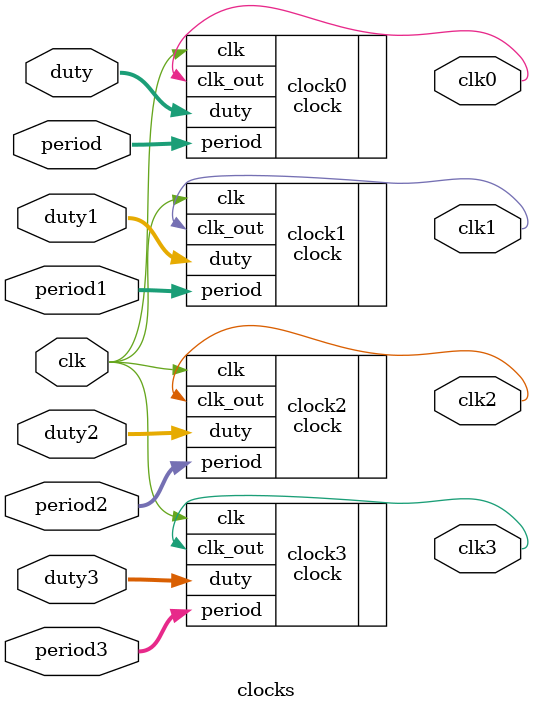
<source format=v>
`timescale 1ns / 1ps
module clocks(clk, period, period1, period2, period3, 
						 clk0, clk1, clk2, clk3, 
						 duty, duty1, duty2, duty3);
	input clk;
	output clk0, clk1, clk2, clk3;
	input [3:0] period, period1, period2, period3;
	input [1:0] duty, duty1, duty2, duty3;
	
	clock clock0(.clk(clk), .period(period), .duty(duty), .clk_out(clk0));
	clock clock1(.clk(clk), .period(period1), .duty(duty1), .clk_out(clk1));
	clock clock2(.clk(clk), .period(period2), .duty(duty2), .clk_out(clk2));
	clock clock3(.clk(clk), .period(period3), .duty(duty3), .clk_out(clk3));

endmodule

</source>
